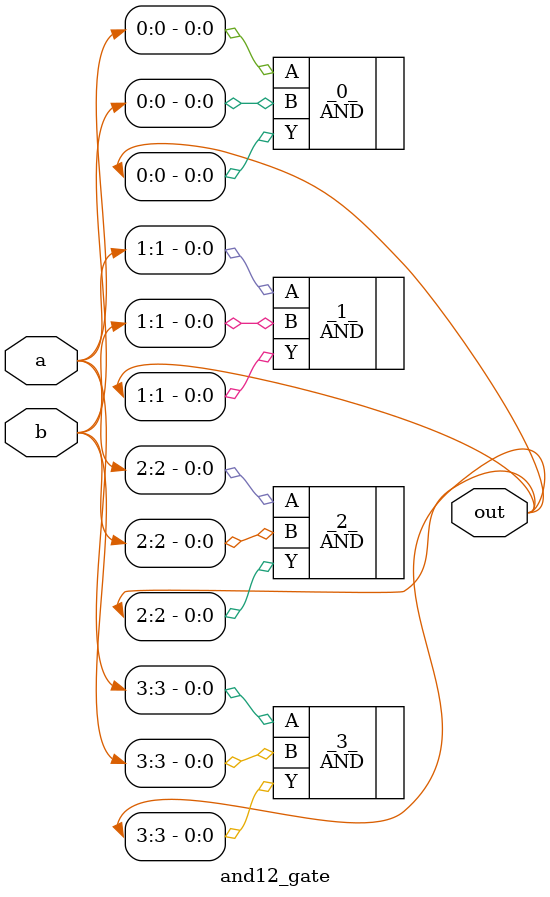
<source format=v>
/* Generated by Yosys 0.41+83 (git sha1 7045cf509, x86_64-w64-mingw32-g++ 13.2.1 -Os) */

/* cells_not_processed =  1  */
/* src = "and12_gate.v:2.1-17.10" */
module and12_gate(a, b, out);
  /* src = "and12_gate.v:3.22-3.23" */
  input [3:0] a;
  wire [3:0] a;
  /* src = "and12_gate.v:4.22-4.23" */
  input [3:0] b;
  wire [3:0] b;
  /* src = "and12_gate.v:5.22-5.25" */
  output [3:0] out;
  wire [3:0] out;
  AND _0_ (
    .A(a[0]),
    .B(b[0]),
    .Y(out[0])
  );
  AND _1_ (
    .A(a[1]),
    .B(b[1]),
    .Y(out[1])
  );
  AND _2_ (
    .A(a[2]),
    .B(b[2]),
    .Y(out[2])
  );
  AND _3_ (
    .A(a[3]),
    .B(b[3]),
    .Y(out[3])
  );
endmodule

</source>
